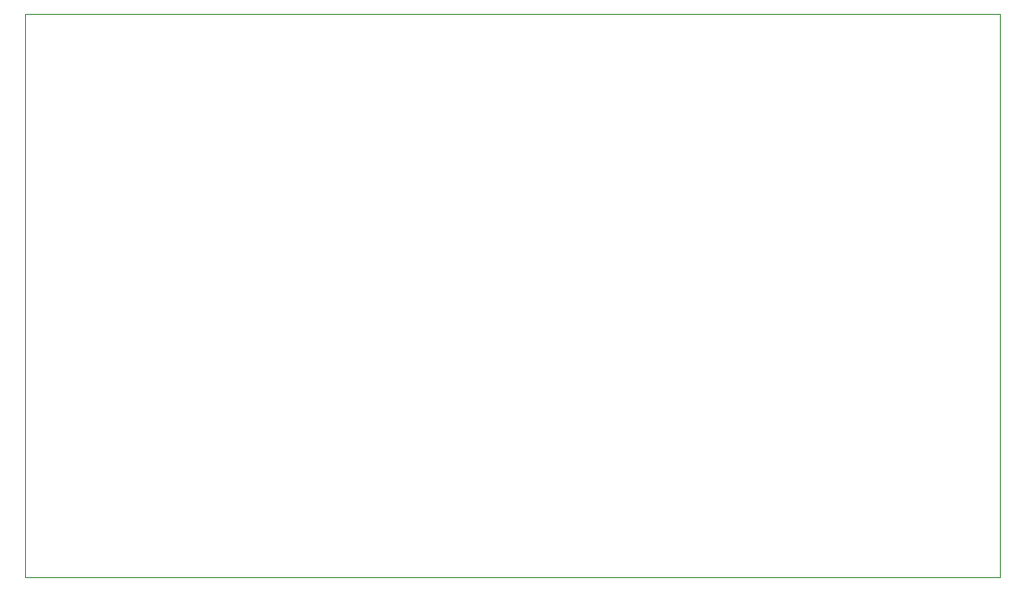
<source format=gbr>
%TF.GenerationSoftware,KiCad,Pcbnew,8.0.5*%
%TF.CreationDate,2025-11-17T13:13:02-07:00*%
%TF.ProjectId,PROTOT~1,50524f54-4f54-47e3-912e-6b696361645f,rev?*%
%TF.SameCoordinates,Original*%
%TF.FileFunction,Profile,NP*%
%FSLAX46Y46*%
G04 Gerber Fmt 4.6, Leading zero omitted, Abs format (unit mm)*
G04 Created by KiCad (PCBNEW 8.0.5) date 2025-11-17 13:13:02*
%MOMM*%
%LPD*%
G01*
G04 APERTURE LIST*
%TA.AperFunction,Profile*%
%ADD10C,0.050000*%
%TD*%
G04 APERTURE END LIST*
D10*
X51000000Y-49000000D02*
X140000000Y-49000000D01*
X140000000Y-100500000D01*
X51000000Y-100500000D01*
X51000000Y-49000000D01*
M02*

</source>
